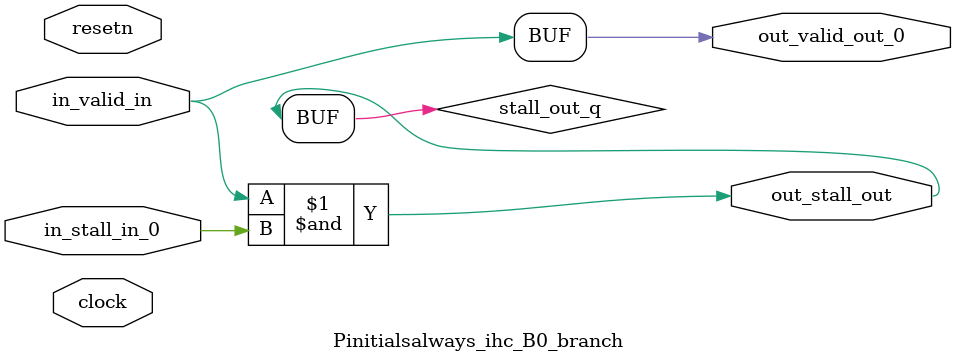
<source format=sv>



(* altera_attribute = "-name AUTO_SHIFT_REGISTER_RECOGNITION OFF; -name MESSAGE_DISABLE 10036; -name MESSAGE_DISABLE 10037; -name MESSAGE_DISABLE 14130; -name MESSAGE_DISABLE 14320; -name MESSAGE_DISABLE 15400; -name MESSAGE_DISABLE 14130; -name MESSAGE_DISABLE 10036; -name MESSAGE_DISABLE 12020; -name MESSAGE_DISABLE 12030; -name MESSAGE_DISABLE 12010; -name MESSAGE_DISABLE 12110; -name MESSAGE_DISABLE 14320; -name MESSAGE_DISABLE 13410; -name MESSAGE_DISABLE 113007; -name MESSAGE_DISABLE 10958" *)
module Pinitialsalways_ihc_B0_branch (
    input wire [0:0] in_stall_in_0,
    input wire [0:0] in_valid_in,
    output wire [0:0] out_stall_out,
    output wire [0:0] out_valid_out_0,
    input wire clock,
    input wire resetn
    );

    wire [0:0] stall_out_q;


    // stall_out(LOGICAL,6)
    assign stall_out_q = in_valid_in & in_stall_in_0;

    // out_stall_out(GPOUT,4)
    assign out_stall_out = stall_out_q;

    // out_valid_out_0(GPOUT,5)
    assign out_valid_out_0 = in_valid_in;

endmodule

</source>
